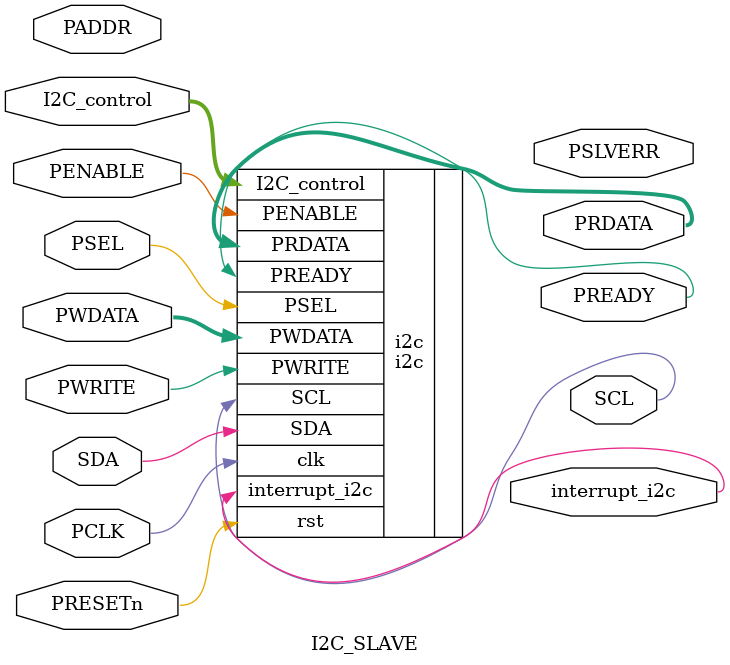
<source format=v>
module I2C_SLAVE (
    input  wire        PCLK,
    input  wire        PRESETn,
    input  wire [31:0] PADDR,
    input  wire        PSEL,
    input  wire        PENABLE,
    input  wire        PWRITE,
    input  wire [31:0] PWDATA,
    input [10:0]I2C_control,
    output   [31:0] PRDATA,
    output        PREADY,
    output  reg         PSLVERR,
    output SCL,
    inout SDA,
    output interrupt_i2c  
);


i2c i2c(
    .clk(PCLK),
    .rst(PRESETn),
    .I2C_control(I2C_control),
    .PWDATA(PWDATA),
    .PWRITE(PWRITE),
    .PENABLE(PENABLE),
    .PSEL(PSEL),
    .SCL(SCL),
    .PREADY(PREADY),
    .PRDATA(PRDATA),
    .SDA(SDA),
    .interrupt_i2c(interrupt_i2c)
    );

endmodule

</source>
